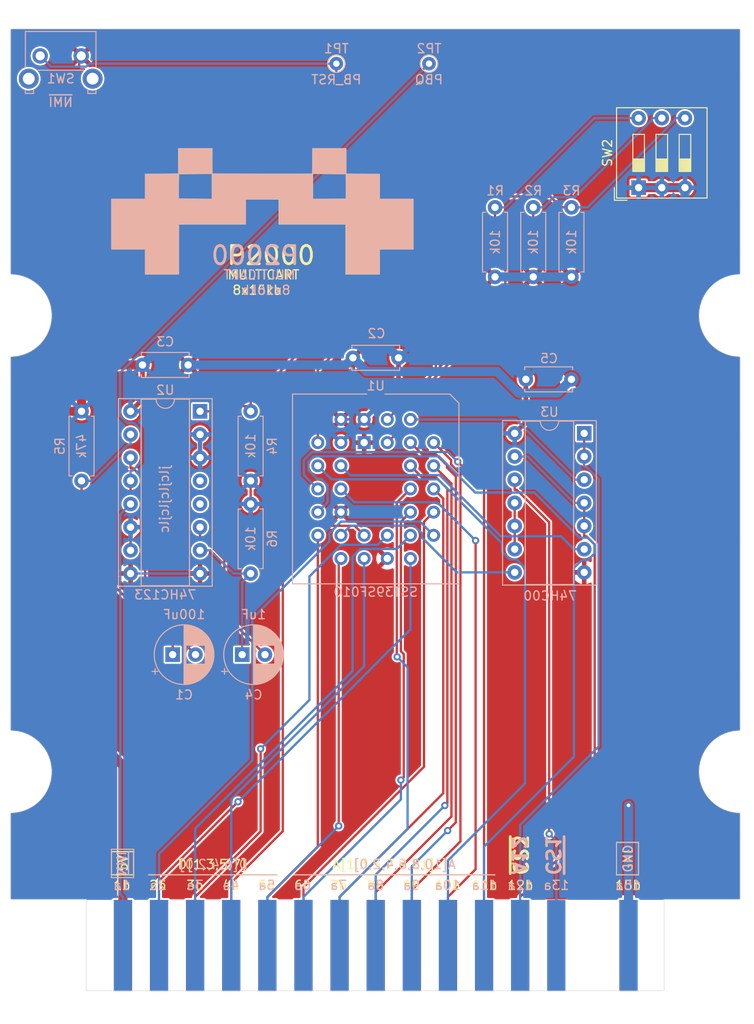
<source format=kicad_pcb>
(kicad_pcb (version 20240108) (generator "pcbnew") (generator_version "8.0")
  (layers (0 "F.Cu" signal) (31 "B.Cu" signal) (34 "B.Paste" user) (35 "F.Paste" user) (36 "B.SilkS" user "B.Silkscreen") (37 "F.SilkS" user "F.Silkscreen") (38 "B.Mask" user) (39 "F.Mask" user) (44 "Edge.Cuts" user))
  (net 0 "")
  (net 1 "GND")
  (net 2 "+5V")
  (net 3 "D1")
  (net 4 "D3")
  (net 5 "D5")
  (net 6 "D7")
  (net 7 "A1")
  (net 8 "A3")
  (net 9 "A5")
  (net 10 "A7")
  (net 11 "A9")
  (net 12 "A11")
  (net 13 "A12")
  (net 14 "A10")
  (net 15 "A8")
  (net 16 "A6")
  (net 17 "A4")
  (net 18 "A2")
  (net 19 "A0")
  (net 20 "D6")
  (net 21 "D4")
  (net 22 "D2")
  (net 23 "D0")
  (net 24 "~{CARSEL1}")
  (net 25 "~{CARSEL2}")
  (net 26 "A12C")
  (net 27 "A14")
  (net 28 "A15")
  (net 29 "A13")
  (net 30 "~{CS}")
  (net 31 "~{NMI}")
  (net 32 "Net-(U3-Pad10)")
  (net 33 "A16")
  (net 34 "Net-(U2A-Cext)")
  (net 35 "Net-(U2A-RCext)")
  (net 36 "Net-(U2B-Cext)")
  (net 37 "Net-(U2B-RCext)")
  (net 38 "Net-(U2A-A)")
  (net 39 "Net-(U2A-Q)")
  (footprint "libs:fraxxon_goblin_shooter" (layer "F.Cu") (at 70.7644 59.0804)
    (property "Reference" "G001")
    (property "Value" "LOGO" (hide yes))
  )
  (footprint "Button_Switch_THT:SW_DIP_SPSTx03_Slide_9.78x9.8mm_W7.62mm_P2.54mm" (layer "F.Cu") (at 112.014 56.134 90)
    (property "Reference" "SW2")
    (property "Value" "SW_DIP_x03")
  )
  (footprint "Package_DIP:DIP-14_W7.62mm_Socket" (layer "B.Cu") (at 106.045 83.058 180)
    (property "Reference" "U3")
    (property "Value" "74HC00")
  )
  (footprint "Capacitor_THT:C_Disc_D5.0mm_W2.5mm_P5.00mm" (layer "B.Cu") (at 99.647 77.143)
    (property "Reference" "C5")
    (property "Value" "0.1uF" (hide yes))
  )
  (footprint "Capacitor_THT:C_Disc_D5.0mm_W2.5mm_P5.00mm" (layer "B.Cu") (at 85.685 74.785 180)
    (property "Reference" "C2")
    (property "Value" "0.1uF" (hide yes))
  )
  (footprint "p2000t_cartridge:p2000t_cartridge_edge" (layer "B.Cu") (at 83.185 139.192)
    (property "Reference" "J1")
    (property "Value" "P2000T_cartridge_edge")
  )
  (footprint "Resistor_THT:R_Axial_DIN0207_L6.3mm_D2.5mm_P7.62mm_Horizontal" (layer "B.Cu") (at 100.457 65.913 90)
    (property "Reference" "R2")
    (property "Value" "10k")
  )
  (footprint "Resistor_THT:R_Axial_DIN0207_L6.3mm_D2.5mm_P7.62mm_Horizontal" (layer "B.Cu") (at 96.266 65.913 90)
    (property "Reference" "R1")
    (property "Value" "10k")
  )
  (footprint "Capacitor_THT:C_Disc_D5.0mm_W2.5mm_P5.00mm" (layer "B.Cu") (at 57.611 75.565)
    (property "Reference" "C3")
    (property "Value" "0.1uF")
  )
  (footprint "Package_DIP:DIP-16_W7.62mm_Socket" (layer "B.Cu") (at 63.921 80.645 180)
    (property "Reference" "U2")
    (property "Value" "74HC123")
  )
  (footprint "Resistor_THT:R_Axial_DIN0207_L6.3mm_D2.5mm_P7.62mm_Horizontal" (layer "B.Cu") (at 50.927 80.645 -90)
    (property "Reference" "R5")
    (property "Value" "47k")
  )
  (footprint "Resistor_THT:R_Axial_DIN0207_L6.3mm_D2.5mm_P7.62mm_Horizontal" (layer "B.Cu") (at 69.469 98.425 90)
    (property "Reference" "R6")
    (property "Value" "10k")
  )
  (footprint "TestPoint:TestPoint_THTPad_D1.5mm_Drill0.7mm" (layer "B.Cu") (at 78.867 42.545 180)
    (property "Reference" "TP1")
    (property "Value" "PB_RST")
  )
  (footprint "Resistor_THT:R_Axial_DIN0207_L6.3mm_D2.5mm_P7.62mm_Horizontal" (layer "B.Cu") (at 104.648 65.913 90)
    (property "Reference" "R3")
    (property "Value" "10k")
  )
  (footprint "Capacitor_THT:CP_Radial_D6.3mm_P2.50mm" (layer "B.Cu") (at 60.9206 107.315)
    (property "Reference" "C1")
    (property "Value" "100uF")
  )
  (footprint "Package_LCC:PLCC-32_THT-Socket" (layer "B.Cu") (at 81.915 84.074 180)
    (property "Reference" "U1")
    (property "Value" "SST39SF010")
  )
  (footprint "Capacitor_THT:CP_Radial_D6.3mm_P2.50mm" (layer "B.Cu") (at 68.5406 107.315)
    (property "Reference" "C4")
    (property "Value" "1uF")
  )
  (footprint "TestPoint:TestPoint_THTPad_D1.5mm_Drill0.7mm" (layer "B.Cu") (at 89.027 42.545 180)
    (property "Reference" "TP2")
    (property "Value" "PBQ")
  )
  (footprint "Button_Switch_THT:SW_Tactile_SKHH_Angled" (layer "B.Cu") (at 50.891 41.692 180)
    (property "Reference" "SW1")
    (property "Value" "~{NMI}")
  )
  (footprint "Resistor_THT:R_Axial_DIN0207_L6.3mm_D2.5mm_P7.62mm_Horizontal" (layer "B.Cu") (at 69.469 88.265 90)
    (property "Reference" "R4")
    (property "Value" "10k")
  )
  (footprint "libs:fraxxon_goblin_shooter" (layer "B.Cu") (at 70.739 59.055 180)
    (property "Reference" "G002")
    (property "Value" "LOGO" (hide yes))
  )
  (gr_line (start 96.251 131.445) (end 74.153 131.445) (stroke (width 0.12)) (layer "B.SilkS"))
  (gr_line (start 72.375 131.445) (end 58.278 131.445) (stroke (width 0.12)) (layer "B.SilkS"))
  (gr_line (start 54.197 131.745) (end 54.197 128.645) (stroke (width 0.12)) (layer "B.SilkS"))
  (gr_line (start 111.999 131.451) (end 109.586 131.451) (stroke (width 0.12)) (layer "B.SilkS"))
  (gr_line (start 111.999 127.895) (end 111.999 131.451) (stroke (width 0.12)) (layer "B.SilkS"))
  (gr_line (start 109.586 127.895) (end 111.999 127.895) (stroke (width 0.12)) (layer "B.SilkS"))
  (gr_line (start 109.586 131.451) (end 109.586 127.895) (stroke (width 0.12)) (layer "B.SilkS"))
  (gr_line (start 56.647 128.645) (end 56.647 131.745) (stroke (width 0.12)) (layer "B.SilkS"))
  (gr_line (start 56.647 131.745) (end 54.197 131.745) (stroke (width 0.12)) (layer "B.SilkS"))
  (gr_line (start 54.197 128.645) (end 56.647 128.645) (stroke (width 0.12)) (layer "B.SilkS"))
  (gr_line (start 54.214 128.905) (end 54.214 131.445) (stroke (width 0.12)) (layer "F.SilkS"))
  (gr_line (start 109.586 131.445) (end 111.999 131.445) (stroke (width 0.12)) (layer "F.SilkS"))
  (gr_line (start 109.586 127.889) (end 109.586 131.445) (stroke (width 0.12)) (layer "F.SilkS"))
  (gr_line (start 74.153 131.445) (end 96.251 131.445) (stroke (width 0.12)) (layer "F.SilkS"))
  (gr_line (start 58.278 131.445) (end 72.375 131.445) (stroke (width 0.12)) (layer "F.SilkS"))
  (gr_line (start 111.999 131.445) (end 111.999 127.889) (stroke (width 0.12)) (layer "F.SilkS"))
  (gr_line (start 56.627 131.445) (end 56.627 128.905) (stroke (width 0.12)) (layer "F.SilkS"))
  (gr_line (start 111.999 127.889) (end 109.586 127.889) (stroke (width 0.12)) (layer "F.SilkS"))
  (gr_line (start 54.214 131.445) (end 56.627 131.445) (stroke (width 0.12)) (layer "F.SilkS"))
  (gr_line (start 56.627 128.905) (end 54.214 128.905) (stroke (width 0.12)) (layer "F.SilkS"))
  (gr_line (start 43.147 63.645) (end 43.147 59.145) (stroke (width 0.05)) (layer "Edge.Cuts"))
  (gr_line (start 43.147 109.145) (end 43.147 113.645) (stroke (width 0.05)) (layer "Edge.Cuts"))
  (gr_arc (start 43.147 115.645) (mid 47.647 120.145) (end 43.147 124.645) (stroke (width 0.05)) (layer "Edge.Cuts"))
  (gr_line (start 43.147 114.145) (end 43.147 113.645) (stroke (width 0.05)) (layer "Edge.Cuts"))
  (gr_line (start 43.147 127.145) (end 43.147 124.645) (stroke (width 0.05)) (layer "Edge.Cuts"))
  (gr_line (start 43.147 115.645) (end 43.147 114.145) (stroke (width 0.05)) (layer "Edge.Cuts"))
  (gr_arc (start 43.147 65.645) (mid 47.647 70.145) (end 43.147 74.645) (stroke (width 0.05)) (layer "Edge.Cuts"))
  (gr_line (start 123.147 127.145) (end 123.147 124.645) (stroke (width 0.05)) (layer "Edge.Cuts"))
  (gr_line (start 43.147 109.145) (end 43.147 74.645) (stroke (width 0.05)) (layer "Edge.Cuts"))
  (gr_line (start 43.147 65.645) (end 43.147 63.645) (stroke (width 0.05)) (layer "Edge.Cuts"))
  (gr_line (start 123.147 134.145) (end 123.147 127.145) (stroke (width 0.05)) (layer "Edge.Cuts"))
  (gr_line (start 43.147 44.145) (end 43.147 59.145) (stroke (width 0.05)) (layer "Edge.Cuts"))
  (gr_line (start 43.147 134.145) (end 43.147 127.145) (stroke (width 0.05)) (layer "Edge.Cuts"))
  (gr_line (start 123.147 74.745) (end 123.147 74.645) (stroke (width 0.05)) (layer "Edge.Cuts"))
  (gr_line (start 123.147 115.645) (end 123.147 110.045) (stroke (width 0.05)) (layer "Edge.Cuts"))
  (gr_line (start 123.147 100.457) (end 123.147001 94.845) (stroke (width 0.05)) (layer "Edge.Cuts"))
  (gr_line (start 123.147001 83.445001) (end 123.147 77.845) (stroke (width 0.05)) (layer "Edge.Cuts"))
  (gr_line (start 123.147 63.445) (end 123.147 57.845) (stroke (width 0.05)) (layer "Edge.Cuts"))
  (gr_line (start 114.808 134.145) (end 115.147 134.145) (stroke (width 0.05)) (layer "Edge.Cuts"))
  (gr_line (start 114.808 144.145) (end 51.435 144.145) (stroke (width 0.05)) (layer "Edge.Cuts"))
  (gr_line (start 51.147 134.145) (end 51.435 134.145) (stroke (width 0.05)) (layer "Edge.Cuts"))
  (gr_arc (start 123.147 74.645) (mid 118.647 70.145) (end 123.147 65.645) (stroke (width 0.05)) (layer "Edge.Cuts"))
  (gr_line (start 51.435 144.145) (end 51.435 134.145) (stroke (width 0.05)) (layer "Edge.Cuts"))
  (gr_line (start 123.147 65.645) (end 123.147 63.445) (stroke (width 0.05)) (layer "Edge.Cuts"))
  (gr_line (start 123.147 44.145) (end 123.147 38.735) (stroke (width 0.05)) (layer "Edge.Cuts"))
  (gr_line (start 43.147 44.145) (end 43.147 38.735) (stroke (width 0.05)) (layer "Edge.Cuts"))
  (gr_line (start 123.147 74.745) (end 123.147 77.845) (stroke (width 0.05)) (layer "Edge.Cuts"))
  (gr_line (start 51.147 134.145) (end 43.147 134.145) (stroke (width 0.05)) (layer "Edge.Cuts"))
  (gr_line (start 123.147 110.045) (end 123.147 100.457) (stroke (width 0.05)) (layer "Edge.Cuts"))
  (gr_line (start 114.808 144.145) (end 114.808 134.145) (stroke (width 0.05)) (layer "Edge.Cuts"))
  (gr_line (start 123.147 38.735) (end 43.147 38.735) (stroke (width 0.05)) (layer "Edge.Cuts"))
  (gr_line (start 123.147001 83.445001) (end 123.147001 94.845) (stroke (width 0.05)) (layer "Edge.Cuts"))
  (gr_arc (start 123.147 124.645) (mid 118.647 120.145) (end 123.147 115.645) (stroke (width 0.05)) (layer "Edge.Cuts"))
  (gr_line (start 123.147 56.145) (end 123.147 57.845) (stroke (width 0.05)) (layer "Edge.Cuts"))
  (gr_line (start 115.147 134.145) (end 123.147 134.145) (stroke (width 0.05)) (layer "Edge.Cuts"))
  (gr_line (start 123.147 44.145) (end 123.147 56.145) (stroke (width 0.05)) (layer "Edge.Cuts"))
  (gr_text "15a" (at 110.856 132.588 0) (layer "B.SilkS") (effects (font (size 1 1)) (justify mirror)))
  (gr_text "~{CS1}" (at 102.601 129.286 -90) (layer "B.SilkS") (effects (font (size 1.5 1.5) (thickness 0.3)) (justify mirror)))
  (gr_text "A12" (at 98.918 129.286 -90) (layer "B.SilkS") (effects (font (size 1.5 1.5) (thickness 0.3)) (justify mirror)))
  (gr_text "A[10,8,6,4,2,0]" (at 86.345 130.302 0) (layer "B.SilkS") (effects (font (size 1 1)) (justify mirror)))
  (gr_text "D[6,4,2,0]" (at 65.39 130.302 0) (layer "B.SilkS") (effects (font (size 1 1)) (justify mirror)))
  (gr_text "1a" (at 55.344 132.588 0) (layer "B.SilkS") (effects (font (size 1 1)) (justify mirror)))
  (gr_text "~{NMI}" (at 55.247 130.195 270) (layer "B.SilkS") (effects (font (size 1 1)) (justify mirror)))
  (gr_text "GND" (at 110.856 129.673 90) (layer "B.SilkS") (effects (font (size 1 1)) (justify mirror)))
  (gr_text "P2000" (at 74.977 63.5684 0) (layer "B.SilkS") (effects (font (size 2 2) (thickness 0.3)) (justify left mirror)))
  (gr_text "8x16kb" (at 71.1454 67.3608 0) (layer "B.SilkS") (effects (font (size 1 1)) (justify mirror)))
  (gr_text "MULTICART" (at 70.4342 65.6844 0) (layer "B.SilkS") (effects (font (size 1 1)) (justify mirror)))
  (gr_text "11a" (at 95.108 132.588 0) (layer "B.SilkS") (effects (font (size 1 1)) (justify mirror)))
  (gr_text "10a" (at 91.044 132.588 0) (layer "B.SilkS") (effects (font (size 1 1)) (justify mirror)))
  (gr_text "2a" (at 59.294 132.588 0) (layer "B.SilkS") (effects (font (size 1 1)) (justify mirror)))
  (gr_text "6a" (at 75.169 132.588 0) (layer "B.SilkS") (effects (font (size 1 1)) (justify mirror)))
  (gr_text "7a" (at 79.106 132.588 0) (layer "B.SilkS") (effects (font (size 1 1)) (justify mirror)))
  (gr_text "13a" (at 102.982 132.588 0) (layer "B.SilkS") (effects (font (size 1 1)) (justify mirror)))
  (gr_text "9a" (at 87.107 132.588 0) (layer "B.SilkS") (effects (font (size 1 1)) (justify mirror)))
  (gr_text "4a" (at 67.295 132.588 0) (layer "B.SilkS") (effects (font (size 1 1)) (justify mirror)))
  (gr_text "jlcjlcjlcjlc" (at 60.579 86.487 90) (layer "B.SilkS") (effects (font (size 1 1)) (justify left bottom mirror)))
  (gr_text "5a" (at 71.232 132.588 0) (layer "B.SilkS") (effects (font (size 1 1)) (justify mirror)))
  (gr_text "12a" (at 99.045 132.588 0) (layer "B.SilkS") (effects (font (size 1 1)) (justify mirror)))
  (gr_text "3a" (at 63.358 132.588 0) (layer "B.SilkS") (effects (font (size 1 1)) (justify mirror)))
  (gr_text "8a" (at 83.17 132.588 0) (layer "B.SilkS") (effects (font (size 1 1)) (justify mirror)))
  (gr_text "9b" (at 87.107 132.588 0) (layer "F.SilkS") (effects (font (size 1 1))))
  (gr_text "6b" (at 75.169 132.588 0) (layer "F.SilkS") (effects (font (size 1 1))))
  (gr_text "8b" (at 83.17 132.588 0) (layer "F.SilkS") (effects (font (size 1 1))))
  (gr_text "4b" (at 67.295 132.588 0) (layer "F.SilkS") (effects (font (size 1 1))))
  (gr_text "1b" (at 55.357 132.588 0) (layer "F.SilkS") (effects (font (size 1 1))))
  (gr_text "2b" (at 59.294 132.588 0) (layer "F.SilkS") (effects (font (size 1 1))))
  (gr_text "5b" (at 71.232 132.588 0) (layer "F.SilkS") (effects (font (size 1 1))))
  (gr_text "7b" (at 79.106 132.588 0) (layer "F.SilkS") (effects (font (size 1 1))))
  (gr_text "11b" (at 95.108 132.588 0) (layer "F.SilkS") (effects (font (size 1 1))))
  (gr_text "12b" (at 99.045 132.588 0) (layer "F.SilkS") (effects (font (size 1 1))))
  (gr_text "15b" (at 110.856 132.588 0) (layer "F.SilkS") (effects (font (size 1 1))))
  (gr_text "3b" (at 63.358 132.588 0) (layer "F.SilkS") (effects (font (size 1 1))))
  (gr_text "10b" (at 91.044 132.588 0) (layer "F.SilkS") (effects (font (size 1 1))))
  (gr_text "GND" (at 110.856 129.667 90) (layer "F.SilkS") (effects (font (size 1 1))))
  (gr_text "MULTICART" (at 70.8838 65.6844 0) (layer "F.SilkS") (effects (font (size 1 1))))
  (gr_text "P2000" (at 66.6996 63.5594 0) (layer "F.SilkS") (effects (font (size 2 2) (thickness 0.3)) (justify left)))
  (gr_text "8x16kb" (at 70.1726 67.3608 0) (layer "F.SilkS") (effects (font (size 1 1))))
  (gr_text "A[1,3,5,7,9,11]" (at 84.059 130.302 0) (layer "F.SilkS") (effects (font (size 1 1))))
  (gr_text "~{CS2}" (at 99.172 129.286 90) (layer "F.SilkS") (effects (font (size 1.5 1.5) (thickness 0.3))))
  (gr_text "5V" (at 55.484 130.175 90) (layer "F.SilkS") (effects (font (size 1 1))))
  (gr_text "D[1,3,5,7]" (at 65.263 130.302 0) (layer "F.SilkS") (effects (font (size 1 1))))
  (segment (start 83.2938 92.6918) (end 80.685 90.083) (width 0.5) (layer "F.Cu") (net 1))
  (segment (start 61.087 97.155) (end 61.087 77.089) (width 0.5) (layer "F.Cu") (net 1))
  (segment (start 102.997 97.155) (end 102.997 78.793) (width 0.5) (layer "F.Cu") (net 1))
  (segment (start 102.997 78.793) (end 104.647 77.143) (width 0.5) (layer "F.Cu") (net 1))
  (segment (start 110.905 123.825) (end 110.905 78.393) (width 1) (layer "F.Cu") (net 1))
  (segment (start 50.676 41.907) (end 50.676 63.63) (width 0.25) (layer "F.Cu") (net 1))
  (segment (start 110.905 139.192) (end 110.905 123.825) (width 1) (layer "F.Cu") (net 1))
  (segment (start 110.905 78.393) (end 109.655 77.143) (width 1) (layer "F.Cu") (net 1))
  (segment (start 61.087 77.089) (end 62.611 75.565) (width 0.5) (layer "F.Cu") (net 1))
  (segment (start 80.685 81.534) (end 80.685 74.785) (width 0.5) (layer "F.Cu") (net 1))
  (segment (start 106.045 98.298) (end 104.14 98.298) (width 0.5) (layer "F.Cu") (net 1))
  (segment (start 83.2938 95.6128) (end 83.2938 92.6918) (width 0.5) (layer "F.Cu") (net 1))
  (segment (start 104.14 98.298) (end 102.997 97.155) (width 0.5) (layer "F.Cu") (net 1))
  (segment (start 80.685 90.384) (end 80.685 90.083) (width 0.25) (layer "F.Cu") (net 1))
  (segment (start 81.915 84.074) (end 80.8787 84.074) (width 0.25) (layer "F.Cu") (net 1))
  (segment (start 104.647 65.914) (end 104.648 65.913) (width 1) (layer "F.Cu") (net 1))
  (segment (start 50.891 41.692) (end 50.676 41.907) (width 0.25) (layer "F.Cu") (net 1))
  (segment (start 50.676 63.63) (end 62.611 75.565) (width 0.25) (layer "F.Cu") (net 1))
  (segment (start 79.375 91.694) (end 80.685 90.384) (width 0.25) (layer "F.Cu") (net 1))
  (segment (start 80.8787 85.0372) (end 80.8787 84.074) (width 0.25) (layer "F.Cu") (net 1))
  (segment (start 63.921 98.425) (end 62.357 98.425) (width 0.5) (layer "F.Cu") (net 1))
  (segment (start 109.655 77.143) (end 104.647 77.143) (width 1) (layer "F.Cu") (net 1))
  (segment (start 79.375 81.534) (end 80.685 81.534) (width 0.25) (layer "F.Cu") (net 1))
  (segment (start 80.685 85.2309) (end 80.685 81.534) (width 0.5) (layer "F.Cu") (net 1))
  (segment (start 62.357 98.425) (end 61.087 97.155) (width 0.5) (layer "F.Cu") (net 1))
  (segment (start 80.685 85.2309) (end 80.8787 85.0372) (width 0.25) (layer "F.Cu") (net 1))
  (segment (start 84.455 96.774) (end 83.2938 95.6128) (width 0.5) (layer "F.Cu") (net 1))
  (segment (start 104.647 77.143) (end 104.647 65.914) (width 1) (layer "F.Cu") (net 1))
  (segment (start 80.685 90.083) (end 80.685 85.2309) (width 0.5) (layer "F.Cu") (net 1))
  (via (at 110.905 123.825) (size 0.8) (drill 0.4) (layers "F.Cu" "B.Cu") (net 1))
  (segment (start 80.685 74.785) (end 82.185 76.285) (width 1) (layer "B.Cu") (net 1))
  (segment (start 63.921 98.425) (end 56.301 98.425) (width 0.25) (layer "B.Cu") (net 1))
  (segment (start 104.648 65.913) (end 100.457 65.913) (width 1) (layer "B.Cu") (net 1))
  (segment (start 82.185 76.285) (end 96.4919 76.285) (width 1) (layer "B.Cu") (net 1))
  (segment (start 110.905 139.192) (end 110.905 123.825) (width 1) (layer "B.Cu") (net 1))
  (segment (start 103.147 78.643) (end 104.647 77.143) (width 1) (layer "B.Cu") (net 1))
  (segment (start 62.611 75.565) (end 79.905 75.565) (width 1) (layer "B.Cu") (net 1))
  (segment (start 98.8499 78.643) (end 103.147 78.643) (width 1) (layer "B.Cu") (net 1))
  (segment (start 79.905 75.565) (end 80.685 74.785) (width 1) (layer "B.Cu") (net 1))
  (segment (start 100.457 65.913) (end 96.266 65.913) (width 1) (layer "B.Cu") (net 1))
  (segment (start 96.4919 76.285) (end 98.8499 78.643) (width 1) (layer "B.Cu") (net 1))
  (segment (start 47.117 111.125) (end 47.117 81.915) (width 1) (layer "F.Cu") (net 2))
  (segment (start 85.685 78.907) (end 85.685 74.785) (width 0.5) (layer "F.Cu") (net 2))
  (segment (start 84.074 79.375) (end 85.217 79.375) (width 0.5) (layer "F.Cu") (net 2))
  (segment (start 47.117 81.915) (end 48.387 80.645) (width 1) (layer "F.Cu") (net 2))
  (segment (start 114.554 56.134) (end 117.094 56.134) (width 1) (layer "F.Cu") (net 2))
  (segment (start 56.301 80.645) (end 57.611 79.335) (width 0.5) (layer "F.Cu") (net 2))
  (segment (start 48.387 80.645) (end 50.927 80.645) (width 1) (layer "F.Cu") (net 2))
  (segment (start 55.465 139.192) (end 55.465 119.473) (width 1) (layer "F.Cu") (net 2))
  (segment (start 57.611 79.335) (end 57.611 75.565) (width 0.5) (layer "F.Cu") (net 2))
  (segment (start 112.014 56.134) (end 114.554 56.134) (width 1) (layer "F.Cu") (net 2))
  (segment (start 99.647 81.836) (end 99.647 77.143) (width 0.5) (layer "F.Cu") (net 2))
  (segment (start 50.927 76.835) (end 52.197 75.565) (width 1) (layer "F.Cu") (net 2))
  (segment (start 69.469 88.265) (end 69.469 90.805) (width 0.25) (layer "F.Cu") (net 2))
  (segment (start 55.465 119.473) (end 47.117 111.125) (width 1) (layer "F.Cu") (net 2))
  (segment (start 63.921 83.185) (end 63.921 85.725) (width 0.25) (layer "F.Cu") (net 2))
  (segment (start 50.927 80.645) (end 50.927 76.835) (width 1) (layer "F.Cu") (net 2))
  (segment (start 52.197 75.565) (end 57.611 75.565) (width 1) (layer "F.Cu") (net 2))
  (segment (start 85.217 79.375) (end 85.685 78.907) (width 0.5) (layer "F.Cu") (net 2))
  (segment (start 81.915 81.534) (end 84.074 79.375) (width 0.5) (layer "F.Cu") (net 2))
  (segment (start 98.425 83.058) (end 99.647 81.836) (width 0.5) (layer "F.Cu") (net 2))
  (segment (start 56.301 93.345) (end 56.301 92.2199) (width 0.25) (layer "B.Cu") (net 2))
  (segment (start 59.891 73.285) (end 84.185 73.285) (width 1) (layer "B.Cu") (net 2))
  (segment (start 97.289 74.785) (end 99.647 77.143) (width 1) (layer "B.Cu") (net 2))
  (segment (start 117.094 58.928) (end 117.094 56.134) (width 1) (layer "B.Cu") (net 2))
  (segment (start 84.185 73.285) (end 85.685 74.785) (width 1) (layer "B.Cu") (net 2))
  (segment (start 99.647 75.105) (end 101.727 73.025) (width 1) (layer "B.Cu") (net 2))
  (segment (start 56.301 80.645) (end 57.4261 80.645) (width 0.25) (layer "B.Cu") (net 2))
  (segment (start 63.921 85.725) (end 62.7959 85.725) (width 0.25) (layer "B.Cu") (net 2))
  (segment (start 62.7959 85.9581) (end 56.5341 92.2199) (width 0.25) (layer "B.Cu") (net 2))
  (segment (start 56.5341 92.2199) (end 56.301 92.2199) (width 0.25) (layer "B.Cu") (net 2))
  (segment (start 69.469 88.265) (end 66.929 85.725) (width 0.25) (layer "B.Cu") (net 2))
  (segment (start 81.915 81.534) (end 79.375 84.074) (width 0.25) (layer "B.Cu") (net 2))
  (segment (start 59.9661 83.185) (end 63.921 83.185) (width 0.25) (layer "B.Cu") (net 2))
  (segment (start 57.611 75.565) (end 59.891 73.285) (width 1) (layer "B.Cu") (net 2))
  (segment (start 62.7959 85.725) (end 62.7959 85.9581) (width 0.25) (layer "B.Cu") (net 2))
  (segment (start 85.685 74.785) (end 97.289 74.785) (width 1) (layer "B.Cu") (net 2))
  (segment (start 101.727 73.025) (end 102.997 73.025) (width 1) (layer "B.Cu") (net 2))
  (segment (start 102.997 73.025) (end 117.094 58.928) (width 1) (layer "B.Cu") (net 2))
  (segment (start 57.4261 80.645) (end 59.9661 83.185) (width 0.25) (layer "B.Cu") (net 2))
  (segment (start 66.929 85.725) (end 63.921 85.725) (width 0.25) (layer "B.Cu") (net 2))
  (segment (start 99.647 77.143) (end 99.647 75.105) (width 1) (layer "B.Cu") (net 2))
  (segment (start 68.0857 123.4402) (end 59.425 132.1009) (width 0.25) (layer "F.Cu") (net 3))
  (segment (start 59.425 132.1009) (end 59.425 139.192) (width 0.25) (layer "F.Cu") (net 3))
  (via (at 68.0857 123.4402) (size 0.8) (drill 0.4) (layers "F.Cu" "B.Cu") (net 3))
  (segment (start 86.995 96.774) (end 86.995 104.5309) (width 0.25) (layer "B.Cu") (net 3))
  (segment (start 86.995 104.5309) (end 68.0857 123.4402) (width 0.25) (layer "B.Cu") (net 3))
  (segment (start 63.385 133.8669) (end 70.564 126.6879) (width 0.25) (layer "F.Cu") (net 4))
  (segment (start 70.564 126.6879) (end 70.564 117.6377) (width 0.25) (layer "F.Cu") (net 4))
  (segment (start 63.385 139.192) (end 63.385 133.8669) (width 0.25) (layer "F.Cu") (net 4))
  (via (at 70.564 117.6377) (size 0.8) (drill 0.4) (layers "F.Cu" "B.Cu") (net 4))
  (segment (start 79.3917 95.2704) (end 75.9153 98.7468) (width 0.25) (layer "B.Cu") (net 4))
  (segment (start 84.455 94.234) (end 83.4186 95.2704) (width 0.25) (layer "B.Cu") (net 4))
  (segment (start 75.9153 112.2864) (end 70.564 117.6377) (width 0.25) (layer "B.Cu") (net 4))
  (segment (start 83.4186 95.2704) (end 79.3917 95.2704) (width 0.25) (layer "B.Cu") (net 4))
  (segment (start 75.9153 98.7468) (end 75.9153 112.2864) (width 0.25) (layer "B.Cu") (net 4))
  (segment (start 67.345 132.3173) (end 67.345 139.192) (width 0.25) (layer "F.Cu") (net 5))
  (segment (start 72.9956 96.5834) (end 72.9956 126.6667) (width 0.25) (layer "F.Cu") (net 5))
  (segment (start 81.915 94.234) (end 80.8732 93.1922) (width 0.25) (layer "F.Cu") (net 5))
  (segment (start 76.3868 93.1922) (end 72.9956 96.5834) (width 0.25) (layer "F.Cu") (net 5))
  (segment (start 80.8732 93.1922) (end 76.3868 93.1922) (width 0.25) (layer "F.Cu") (net 5))
  (segment (start 72.9956 126.6667) (end 67.345 132.3173) (width 0.25) (layer "F.Cu") (net 5))
  (segment (start 76.835 128.3369) (end 71.305 133.8669) (width 0.25) (layer "F.Cu") (net 6))
  (segment (start 71.305 139.192) (end 71.305 133.8669) (width 0.25) (layer "F.Cu") (net 6))
  (segment (start 76.835 94.234) (end 76.835 128.3369) (width 0.25) (layer "F.Cu") (net 6))
  (segment (start 89.535 91.694) (end 88.4802 92.7488) (width 0.25) (layer "F.Cu") (net 7))
  (segment (start 75.265 132.8153) (end 75.265 139.192) (width 0.25) (layer "F.Cu") (net 7))
  (segment (start 88.4802 92.7488) (end 88.4802 119.6001) (width 0.25) (layer "F.Cu") (net 7))
  (segment (start 88.4802 119.6001) (end 75.265 132.8153) (width 0.25) (layer "F.Cu") (net 7))
  (segment (start 90.5894 90.2084) (end 90.5894 122.5025) (width 0.25) (layer "F.Cu") (net 8))
  (segment (start 89.535 89.154) (end 90.5894 90.2084) (width 0.25) (layer "F.Cu") (net 8))
  (segment (start 79.225 139.192) (end 79.225 133.8669) (width 0.25) (layer "F.Cu") (net 8))
  (segment (start 90.5894 122.5025) (end 79.225 133.8669) (width 0.25) (layer "F.Cu") (net 8))
  (segment (start 83.185 139.192) (end 83.185 133.8669) (width 0.25) (layer "F.Cu") (net 9))
  (segment (start 89.535 86.614) (end 91.4897 88.5687) (width 0.25) (layer "F.Cu") (net 9))
  (segment (start 91.4897 88.5687) (end 91.4897 125.0541) (width 0.25) (layer "F.Cu") (net 9))
  (segment (start 83.185 133.3588) (end 83.185 133.8669) (width 0.25) (layer "F.Cu") (net 9))
  (segment (start 91.4897 125.0541) (end 83.185 133.3588) (width 0.25) (layer "F.Cu") (net 9))
  (segment (start 92.4736 87.4982) (end 92.4736 127.7807) (width 0.25) (layer "F.Cu") (net 10))
  (segment (start 91.4501 85.9891) (end 91.4501 86.4747) (width 0.25) (layer "F.Cu") (net 10))
  (segment (start 91.4501 86.4747) (end 92.4736 87.4982) (width 0.25) (layer "F.Cu") (net 10))
  (segment (start 89.535 84.074) (end 91.4501 85.9891) (width 0.25) (layer "F.Cu") (net 10))
  (segment (start 92.4736 127.7807) (end 87.145 133.1093) (width 0.25) (layer "F.Cu") (net 10))
  (segment (start 87.145 133.1093) (end 87.145 139.192) (width 0.25) (layer "F.Cu") (net 10))
  (segment (start 91.105 139.192) (end 91.105 133.8669) (width 0.25) (layer "F.Cu") (net 11))
  (segment (start 94.1359 130.836) (end 91.105 133.8669) (width 0.25) (layer "F.Cu") (net 11))
  (segment (start 94.1359 94.8109) (end 94.1359 130.836) (width 0.25) (layer "F.Cu") (net 11))
  (via (at 94.1359 94.8109) (size 0.8) (drill 0.4) (layers "F.Cu" "B.Cu") (net 11))
  (segment (start 89.9368 90.6118) (end 94.1359 94.8109) (width 0.25) (layer "B.Cu") (net 11))
  (segment (start 80.8328 90.6118) (end 89.9368 90.6118) (width 0.25) (layer "B.Cu") (net 11))
  (segment (start 79.375 89.154) (end 80.8328 90.6118) (width 0.25) (layer "B.Cu") (net 11))
  (segment (start 95.065 89.0643) (end 95.065 139.192) (width 0.25) (layer "F.Cu") (net 12))
  (segment (start 92.1752 86.1745) (end 95.065 89.0643) (width 0.25) (layer "F.Cu") (net 12))
  (via (at 92.1752 86.1745) (size 0.8) (drill 0.4) (layers "F.Cu" "B.Cu") (net 12))
  (segment (start 91.1111 85.1104) (end 92.1752 86.1745) (width 0.25) (layer "B.Cu") (net 12))
  (segment (start 75.3078 85.995) (end 76.1924 85.1104) (width 0.25) (layer "B.Cu") (net 12))
  (segment (start 76.835 89.154) (end 75.3078 87.6268) (width 0.25) (layer "B.Cu") (net 12))
  (segment (start 75.3078 87.6268) (end 75.3078 85.995) (width 0.25) (layer "B.Cu") (net 12))
  (segment (start 76.1924 85.1104) (end 91.1111 85.1104) (width 0.25) (layer "B.Cu") (net 12))
  (segment (start 98.549 81.534) (end 104.9199 87.9049) (width 0.25) (layer "B.Cu") (net 13))
  (segment (start 106.045 88.138) (end 104.9199 88.138) (width 0.25) (layer "B.Cu") (net 13))
  (segment (start 104.9199 87.9049) (end 104.9199 88.138) (width 0.25) (layer "B.Cu") (net 13))
  (segment (start 86.995 81.534) (end 98.549 81.534) (width 0.25) (layer "B.Cu") (net 13))
  (segment (start 76.835 91.694) (end 77.9083 90.6207) (width 0.25) (layer "B.Cu") (net 14))
  (segment (start 105.78 96.9541) (end 104.9198 97.8143) (width 0.25) (layer "B.Cu") (net 14))
  (segment (start 90.1212 85.5777) (end 94.0964 89.5529) (width 0.25) (layer "B.Cu") (net 14))
  (segment (start 77.9083 90.6207) (end 77.9083 88.7361) (width 0.25) (layer "B.Cu") (net 14))
  (segment (start 77.9083 88.7361) (end 77.2154 88.0432) (width 0.25) (layer "B.Cu") (net 14))
  (segment (start 107.1737 95.2136) (end 107.1737 96.2295) (width 0.25) (layer "B.Cu") (net 14))
  (segment (start 104.9198 97.8143) (end 104.9198 118.4973) (width 0.25) (layer "B.Cu") (net 14))
  (segment (start 104.9198 118.4973) (end 95.065 128.3521) (width 0.25) (layer "B.Cu") (net 14))
  (segment (start 94.0964 89.5529) (end 100.5799 89.5529) (width 0.25) (layer "B.Cu") (net 14))
  (segment (start 106.4481 94.488) (end 107.1737 95.2136) (width 0.25) (layer "B.Cu") (net 14))
  (segment (start 105.515 94.488) (end 106.4481 94.488) (width 0.25) (layer "B.Cu") (net 14))
  (segment (start 107.1737 96.2295) (end 106.4491 96.9541) (width 0.25) (layer "B.Cu") (net 14))
  (segment (start 100.5799 89.5529) (end 105.515 94.488) (width 0.25) (layer "B.Cu") (net 14))
  (segment (start 106.4491 96.9541) (end 105.78 96.9541) (width 0.25) (layer "B.Cu") (net 14))
  (segment (start 75.7982 87.1004) (end 75.7982 86.1559) (width 0.25) (layer "B.Cu") (net 14))
  (segment (start 95.065 128.3521) (end 95.065 139.192) (width 0.25) (layer "B.Cu") (net 14))
  (segment (start 77.2154 88.0432) (end 76.741 88.0432) (width 0.25) (layer "B.Cu") (net 14))
  (segment (start 76.3764 85.5777) (end 90.1212 85.5777) (width 0.25) (layer "B.Cu") (net 14))
  (segment (start 76.741 88.0432) (end 75.7982 87.1004) (width 0.25) (layer "B.Cu") (net 14))
  (segment (start 75.7982 86.1559) (end 76.3764 85.5777) (width 0.25) (layer "B.Cu") (net 14))
  (segment (start 90.0218 88.1007) (end 97.0131 95.092) (width 0.25) (layer "B.Cu") (net 15))
  (segment (start 97.8908 96.8832) (end 98.6362 96.8832) (width 0.25) (layer "B.Cu") (net 15))
  (segment (start 78.3217 88.1007) (end 90.0218 88.1007) (width 0.25) (layer "B.Cu") (net 15))
  (segment (start 98.6362 96.8832) (end 99.5537 97.8007) (width 0.25) (layer "B.Cu") (net 15))
  (segment (start 97.0131 96.0055) (end 97.8908 96.8832) (width 0.25) (layer "B.Cu") (net 15))
  (segment (start 91.105 129.8797) (end 91.105 139.192) (width 0.25) (layer "B.Cu") (net 15))
  (segment (start 99.5537 121.431) (end 91.105 129.8797) (width 0.25) (layer "B.Cu") (net 15))
  (segment (start 76.835 86.614) (end 78.3217 88.1007) (width 0.25) (layer "B.Cu") (net 15))
  (segment (start 99.5537 97.8007) (end 99.5537 121.431) (width 0.25) (layer "B.Cu") (net 15))
  (segment (start 97.0131 95.092) (end 97.0131 96.0055) (width 0.25) (layer "B.Cu") (net 15))
  (segment (start 86.995 84.074) (end 88.265 85.344) (width 0.25) (layer "F.Cu") (net 16))
  (segment (start 91.9686 125.7012) (end 91.0733 126.5965) (width 0.25) (layer "F.Cu") (net 16))
  (segment (start 91.9686 87.7808) (end 91.9686 125.7012) (width 0.25) (layer "F.Cu") (net 16))
  (segment (start 91 86.572) (end 91 86.8122) (width 0.25) (layer "F.Cu") (net 16))
  (segment (start 88.265 85.344) (end 89.772 85.344) (width 0.25) (layer "F.Cu") (net 16))
  (segment (start 91 86.8122) (end 91.9686 87.7808) (width 0.25) (layer "F.Cu") (net 16))
  (segment (start 89.772 85.344) (end 91 86.572) (width 0.25) (layer "F.Cu") (net 16))
  (via (at 91.0733 126.5965) (size 0.8) (drill 0.4) (layers "F.Cu" "B.Cu") (net 16))
  (segment (start 91.0733 126.5965) (end 87.145 130.5248) (width 0.25) (layer "B.Cu") (net 16))
  (segment (start 87.145 130.5248) (end 87.145 139.192) (width 0.25) (layer "B.Cu") (net 16))
  (segment (start 86.995 86.614) (end 88.265 87.884) (width 0.25) (layer "F.Cu") (net 17))
  (segment (start 88.265 87.884) (end 89.7966 87.884) (width 0.25) (layer "F.Cu") (net 17))
  (segment (start 91.0395 89.1269) (end 91.0395 123.5738) (width 0.25) (layer "F.Cu") (net 17))
  (segment (start 91.0395 123.5738) (end 90.7644 123.8489) (width 0.25) (layer "F.Cu") (net 17))
  (segment (start 89.7966 87.884) (end 91.0395 89.1269) (width 0.25) (layer "F.Cu") (net 17))
  (via (at 90.7644 123.8489) (size 0.8) (drill 0.4) (layers "F.Cu" "B.Cu") (net 17))
  (segment (start 83.185 133.8669) (end 83.185 131.4283) (width 0.25) (layer "B.Cu") (net 17))
  (segment (start 83.185 139.192) (end 83.185 133.8669) (width 0.25) (layer "B.Cu") (net 17))
  (segment (start 83.185 131.4283) (end 90.7644 123.8489) (width 0.25) (layer "B.Cu") (net 17))
  (segment (start 86.995 89.154) (end 85.494 90.655) (width 0.25) (layer "F.Cu") (net 18))
  (segment (start 85.494 90.655) (end 85.494 107.5184) (width 0.25) (layer "F.Cu") (net 18))
  (segment (start 85.494 107.5184) (end 85.5334 107.5578) (width 0.25) (layer "F.Cu") (net 18))
  (via (at 85.5334 107.5578) (size 0.8) (drill 0.4) (layers "F.Cu" "B.Cu") (net 18))
  (segment (start 86.6783 108.7027) (end 86.6783 126.4136) (width 0.25) (layer "B.Cu") (net 18))
  (segment (start 79.225 139.192) (end 79.225 133.8669) (width 0.25) (layer "B.Cu") (net 18))
  (segment (start 86.6783 126.4136) (end 79.225 133.8669) (width 0.25) (layer "B.Cu") (net 18))
  (segment (start 85.5334 107.5578) (end 86.6783 108.7027) (width 0.25) (layer "B.Cu") (net 18))
  (segment (start 86.2585 120.7462) (end 86.2585 107.2574) (width 0.25) (layer "F.Cu") (net 19))
  (segment (start 86.2585 107.2574) (end 85.9442 106.9431) (width 0.25) (layer "F.Cu") (net 19))
  (segment (start 85.9442 92.7448) (end 86.995 91.694) (width 0.25) (layer "F.Cu") (net 19))
  (segment (start 85.9442 106.9431) (end 85.9442 92.7448) (width 0.25) (layer "F.Cu") (net 19))
  (segment (start 85.9442 121.0605) (end 86.2585 120.7462) (width 0.25) (layer "F.Cu") (net 19))
  (via (at 85.9442 121.0605) (size 0.8) (drill 0.4) (layers "F.Cu" "B.Cu") (net 19))
  (segment (start 75.265 139.192) (end 75.265 133.8669) (width 0.25) (layer "B.Cu") (net 19))
  (segment (start 85.9442 123.1877) (end 75.265 133.8669) (width 0.25) (layer "B.Cu") (net 19))
  (segment (start 85.9442 121.0605) (end 85.9442 123.1877) (width 0.25) (layer "B.Cu") (net 19))
  (segment (start 79.1276 97.0214) (end 79.1276 126.0874) (width 0.25) (layer "F.Cu") (net 20))
  (segment (start 79.375 96.774) (end 79.1276 97.0214) (width 0.25) (layer "F.Cu") (net 20))
  (via (at 79.1276 126.0874) (size 0.8) (drill 0.4) (layers "F.Cu" "B.Cu") (net 20))
  (segment (start 71.3481 133.8669) (end 79.1276 126.0874) (width 0.25) (layer "B.Cu") (net 20))
  (segment (start 71.305 133.8669) (end 71.3481 133.8669) (width 0.25) (layer "B.Cu") (net 20))
  (segment (start 71.305 139.192) (end 71.305 133.8669) (width 0.25) (layer "B.Cu") (net 20))
  (segment (start 81.915 108.5856) (end 67.345 123.1556) (width 0.25) (layer "B.Cu") (net 21))
  (segment (start 81.915 96.774) (end 81.915 108.5856) (width 0.25) (layer "B.Cu") (net 21))
  (segment (start 67.345 123.1556) (end 67.345 139.192) (width 0.25) (layer "B.Cu") (net 21))
  (segment (start 85.5 95.729) (end 86.995 94.234) (width 0.25) (layer "B.Cu") (net 22))
  (segment (start 63.385 133.8669) (end 63.385 126.3828) (width 0.25) (layer "B.Cu") (net 22))
  (segment (start 80.6421 109.1257) (end 80.6421 96.576) (width 0.25) (layer "B.Cu") (net 22))
  (segment (start 63.385 139.192) (end 63.385 133.8669) (width 0.25) (layer "B.Cu") (net 22))
  (segment (start 63.385 126.3828) (end 80.6421 109.1257) (width 0.25) (layer "B.Cu") (net 22))
  (segment (start 80.6421 96.576) (end 81.4891 95.729) (width 0.25) (layer "B.Cu") (net 22))
  (segment (start 81.4891 95.729) (end 85.5 95.729) (width 0.25) (layer "B.Cu") (net 22))
  (segment (start 79.3928 92.7304) (end 78.105 94.0182) (width 0.25) (layer "B.Cu") (net 23))
  (segment (start 78.105 94.9067) (end 69.6658 103.3459) (width 0.25) (layer "B.Cu") (net 23))
  (segment (start 88.0314 92.7304) (end 79.3928 92.7304) (width 0.25) (layer "B.Cu") (net 23))
  (segment (start 59.425 129.1496) (end 59.425 139.192) (width 0.25) (layer "B.Cu") (net 23))
  (segment (start 69.6658 103.3459) (end 69.6658 118.9088) (width 0.25) (layer "B.Cu") (net 23))
  (segment (start 89.535 94.234) (end 88.0314 92.7304) (width 0.25) (layer "B.Cu") (net 23))
  (segment (start 69.6658 118.9088) (end 59.425 129.1496) (width 0.25) (layer "B.Cu") (net 23))
  (segment (start 78.105 94.0182) (end 78.105 94.9067) (width 0.25) (layer "B.Cu") (net 23))
  (segment (start 98.425 88.138) (end 98.425 89.2631) (width 0.25) (layer "F.Cu") (net 24))
  (segment (start 98.6581 89.2631) (end 102.2041 92.8091) (width 0.25) (layer "F.Cu") (net 24))
  (segment (start 102.2041 92.8091) (end 102.2041 126.9665) (width 0.25) (layer "F.Cu") (net 24))
  (segment (start 98.425 89.2631) (end 98.6581 89.2631) (width 0.25) (layer "F.Cu") (net 24))
  (via (at 102.2041 126.9665) (size 0.8) (drill 0.4) (layers "F.Cu" "B.Cu") (net 24))
  (segment (start 102.985 127.7474) (end 102.2041 126.9665) (width 0.25) (layer "B.Cu") (net 24))
  (segment (start 102.985 139.192) (end 102.985 127.7474) (width 0.25) (layer "B.Cu") (net 24))
  (segment (start 106.045 93.218) (end 106.045 94.3431) (width 0.25) (layer "F.Cu") (net 25))
  (segment (start 99.025 133.8669) (end 107.1945 125.6974) (width 0.25) (layer "F.Cu") (net 25))
  (segment (start 99.025 139.192) (end 99.025 133.8669) (width 0.25) (layer "F.Cu") (net 25))
  (segment (start 106.045 93.218) (end 106.045 90.678) (width 0.25) (layer "F.Cu") (net 25))
  (segment (start 106.2781 94.3431) (end 106.045 94.3431) (width 0.25) (layer "F.Cu") (net 25))
  (segment (start 107.1945 95.2595) (end 106.2781 94.3431) (width 0.25) (layer "F.Cu") (net 25))
  (segment (start 107.1945 125.6974) (end 107.1945 95.2595) (width 0.25) (layer "F.Cu") (net 25))
  (segment (start 99.8399 85.598) (end 104.9199 90.678) (width 0.25) (layer "B.Cu") (net 25))
  (segment (start 98.425 85.598) (end 99.8399 85.598) (width 0.25) (layer "B.Cu") (net 25))
  (segment (start 106.045 90.678) (end 104.9199 90.678) (width 0.25) (layer "B.Cu") (net 25))
  (segment (start 106.045 85.598) (end 106.045 83.058) (width 0.25) (layer "F.Cu") (net 26))
  (segment (start 106.045 85.598) (end 106.045 86.7231) (width 0.25) (layer "B.Cu") (net 26))
  (segment (start 99.025 133.8669) (end 99.025 125.9796) (width 0.25) (layer "B.Cu") (net 26))
  (segment (start 99.025 139.192) (end 99.025 133.8669) (width 0.25) (layer "B.Cu") (net 26))
  (segment (start 107.6238 88.0688) (end 106.2781 86.7231) (width 0.25) (layer "B.Cu") (net 26))
  (segment (start 107.6238 117.3808) (end 107.6238 88.0688) (width 0.25) (layer "B.Cu") (net 26))
  (segment (start 106.2781 86.7231) (end 106.045 86.7231) (width 0.25) (layer "B.Cu") (net 26))
  (segment (start 99.025 125.9796) (end 107.6238 117.3808) (width 0.25) (layer "B.Cu") (net 26))
  (segment (start 103.5229 58.293) (end 102.3252 57.0953) (width 0.25) (layer "F.Cu") (net 27))
  (segment (start 104.648 58.293) (end 103.5229 58.293) (width 0.25) (layer "F.Cu") (net 27))
  (segment (start 76.835 76.1167) (end 76.835 84.074) (width 0.25) (layer "F.Cu") (net 27))
  (segment (start 102.3252 57.0953) (end 95.8564 57.0953) (width 0.25) (layer "F.Cu") (net 27))
  (segment (start 95.8564 57.0953) (end 76.835 76.1167) (width 0.25) (layer "F.Cu") (net 27))
  (segment (start 106.423 58.293) (end 115.9689 48.7471) (width 0.25) (layer "B.Cu") (net 27))
  (segment (start 115.9689 48.7471) (end 115.9689 48.514) (width 0.25) (layer "B.Cu") (net 27))
  (segment (start 117.094 48.514) (end 115.9689 48.514) (width 0.25) (layer "B.Cu") (net 27))
  (segment (start 104.648 58.293) (end 106.423 58.293) (width 0.25) (layer "B.Cu") (net 27))
  (segment (start 100.457 58.293) (end 100.457 59.4181) (width 0.25) (layer "F.Cu") (net 28))
  (segment (start 85.5657 82.9633) (end 85.5657 81.06) (width 0.25) (layer "F.Cu") (net 28))
  (segment (start 84.455 84.074) (end 85.5657 82.9633) (width 0.25) (layer "F.Cu") (net 28))
  (segment (start 97.3912 69.2345) (end 97.3912 62.4839) (width 0.25) (layer "F.Cu") (net 28))
  (segment (start 97.3912 62.4839) (end 100.457 59.4181) (width 0.25) (layer "F.Cu") (net 28))
  (segment (start 85.5657 81.06) (end 97.3912 69.2345) (width 0.25) (layer "F.Cu") (net 28))
  (segment (start 100.457 58.293) (end 101.5821 58.293) (width 0.25) (layer "B.Cu") (net 28))
  (segment (start 105.0081 57.1679) (end 113.4289 48.7471) (width 0.25) (layer "B.Cu") (net 28))
  (segment (start 113.4289 48.7471) (end 113.4289 48.514) (width 0.25) (layer "B.Cu") (net 28))
  (segment (start 102.7072 57.1679) (end 105.0081 57.1679) (width 0.25) (layer "B.Cu") (net 28))
  (segment (start 101.5821 58.293) (end 102.7072 57.1679) (width 0.25) (layer "B.Cu") (net 28))
  (segment (start 114.554 48.514) (end 113.4289 48.514) (width 0.25) (layer "B.Cu") (net 28))
  (segment (start 90.2083 87.6505) (end 80.4115 87.6505) (width 0.25) (layer "B.Cu") (net 29))
  (segment (start 106.045 95.758) (end 104.9199 95.758) (width 0.25) (layer "B.Cu") (net 29))
  (segment (start 104.9199 95.758) (end 103.5051 94.3432) (width 0.25) (layer "B.Cu") (net 29))
  (segment (start 96.901 94.3432) (end 90.2083 87.6505) (width 0.25) (layer "B.Cu") (net 29))
  (segment (start 103.5051 94.3432) (end 96.901 94.3432) (width 0.25) (layer "B.Cu") (net 29))
  (segment (start 80.4115 87.6505) (end 79.375 86.614) (width 0.25) (layer "B.Cu") (net 29))
  (segment (start 92.069 98.298) (end 97.2999 98.298) (width 0.25) (layer "B.Cu") (net 30))
  (segment (start 88.265 94.028) (end 88.265 94.494) (width 0.25) (layer "B.Cu") (net 30))
  (segment (start 98.425 98.298) (end 97.2999 98.298) (width 0.25) (layer "B.Cu") (net 30))
  (segment (start 88.265 94.494) (end 92.069 98.298) (width 0.25) (layer "B.Cu") (net 30))
  (segment (start 80.4283 93.1807) (end 87.4177 93.1807) (width 0.25) (layer "B.Cu") (net 30))
  (segment (start 87.4177 93.1807) (end 88.265 94.028) (width 0.25) (layer "B.Cu") (net 30))
  (segment (start 79.375 94.234) (end 80.4283 93.1807) (width 0.25) (layer "B.Cu") (net 30))
  (segment (start 55.1756 91.9304) (end 56.301 90.805) (width 0.25) (layer "B.Cu") (net 31))
  (segment (start 55.465 139.192) (end 55.465 133.8669) (width 0.25) (layer "B.Cu") (net 31))
  (segment (start 55.465 133.8669) (end 55.1756 133.5775) (width 0.25) (layer "B.Cu") (net 31))
  (segment (start 55.1756 133.5775) (end 55.1756 91.9304) (width 0.25) (layer "B.Cu") (net 31))
  (segment (start 98.425 90.678) (end 98.425 93.218) (width 0.25) (layer "F.Cu") (net 32))
  (segment (start 98.425 93.218) (end 98.425 95.758) (width 0.25) (layer "F.Cu") (net 32))
  (segment (start 96.266 59.4181) (end 89.7766 65.9075) (width 0.25) (layer "F.Cu") (net 33))
  (segment (start 89.7766 76.2124) (end 84.455 81.534) (width 0.25) (layer "F.Cu") (net 33))
  (segment (start 89.7766 65.9075) (end 89.7766 76.2124) (width 0.25) (layer "F.Cu") (net 33))
  (segment (start 96.266 58.293) (end 96.266 59.4181) (width 0.25) (layer "F.Cu") (net 33))
  (segment (start 96.266 58.293) (end 97.3911 58.293) (width 0.25) (layer "B.Cu") (net 33))
  (segment (start 97.3911 58.293) (end 107.1701 48.514) (width 0.25) (layer "B.Cu") (net 33))
  (segment (start 107.1701 48.514) (end 112.014 48.514) (width 0.25) (layer "B.Cu") (net 33))
  (segment (start 57.9024 101.7968) (end 57.9024 88.2184) (width 0.25) (layer "F.Cu") (net 34))
  (segment (start 56.301 85.725) (end 56.301 86.8501) (width 0.25) (layer "F.Cu") (net 34))
  (segment (start 56.5341 86.8501) (end 56.301 86.8501) (width 0.25) (layer "F.Cu") (net 34))
  (segment (start 57.9024 88.2184) (end 56.5341 86.8501) (width 0.25) (layer "F.Cu") (net 34))
  (segment (start 63.4206 107.315) (end 57.9024 101.7968) (width 0.25) (layer "F.Cu") (net 34))
  (segment (start 60.9206 106.1899) (end 50.927 96.1963) (width 0.25) (layer "F.Cu") (net 35))
  (segment (start 60.9206 107.315) (end 60.9206 106.1899) (width 0.25) (layer "F.Cu") (net 35))
  (segment (start 50.927 96.1963) (end 50.927 88.265) (width 0.25) (layer "F.Cu") (net 35))
  (segment (start 50.927 88.265) (end 52.0521 88.265) (width 0.25) (layer "B.Cu") (net 35))
  (segment (start 56.007 84.3101) (end 56.301 84.3101) (width 0.25) (layer "B.Cu") (net 35))
  (segment (start 52.0521 88.265) (end 56.007 84.3101) (width 0.25) (layer "B.Cu") (net 35))
  (segment (start 56.301 83.185) (end 56.301 84.3101) (width 0.25) (layer "B.Cu") (net 35))
  (segment (start 71.0406 107.315) (end 66.5819 102.8563) (width 0.25) (layer "F.Cu") (net 36))
  (segment (start 64.1541 94.4701) (end 63.921 94.4701) (width 0.25) (layer "F.Cu") (net 36))
  (segment (start 66.5819 102.8563) (end 66.5819 96.8979) (width 0.25) (layer "F.Cu") (net 36))
  (segment (start 66.5819 96.8979) (end 64.1541 94.4701) (width 0.25) (layer "F.Cu") (net 36))
  (segment (start 63.921 93.345) (end 63.921 94.4701) (width 0.25) (layer "F.Cu") (net 36))
  (segment (start 63.921 95.885) (end 65.0461 95.885) (width 0.25) (layer "B.Cu") (net 37))
  (segment (start 68.5406 99.3534) (end 69.469 98.425) (width 0.25) (layer "B.Cu") (net 37))
  (segment (start 69.469 98.425) (end 67.5861 98.425) (width 0.25) (layer "B.Cu") (net 37))
  (segment (start 68.5406 107.315) (end 68.5406 99.3534) (width 0.25) (layer "B.Cu") (net 37))
  (segment (start 67.5861 98.425) (end 65.0461 95.885) (width 0.25) (layer "B.Cu") (net 37))
  (segment (start 78.867 42.545) (end 78.867 70.1219) (width 0.25) (layer "F.Cu") (net 38))
  (segment (start 65.6087 80.0824) (end 65.0461 80.645) (width 0.25) (layer "F.Cu") (net 38))
  (segment (start 63.921 80.645) (end 65.0461 80.645) (width 0.25) (layer "F.Cu") (net 38))
  (segment (start 69.469 80.645) (end 69.469 80.0824) (width 0.25) (layer "F.Cu") (net 38))
  (segment (start 69.469 80.0824) (end 69.469 79.5199) (width 0.25) (layer "F.Cu") (net 38))
  (segment (start 69.469 80.0824) (end 65.6087 80.0824) (width 0.25) (layer "F.Cu") (net 38))
  (segment (start 78.867 70.1219) (end 69.469 79.5199) (width 0.25) (layer "F.Cu") (net 38))
  (segment (start 78.867 42.545) (end 51.7725 42.545) (width 0.25) (layer "B.Cu") (net 38))
  (segment (start 47.5679 42.8689) (end 46.391 41.692) (width 0.25) (layer "B.Cu") (net 38))
  (segment (start 51.4486 42.8689) (end 47.5679 42.8689) (width 0.25) (layer "B.Cu") (net 38))
  (segment (start 51.7725 42.545) (end 51.4486 42.8689) (width 0.25) (layer "B.Cu") (net 38))
  (segment (start 56.5341 89.3901) (end 56.301 89.3901) (width 0.25) (layer "F.Cu") (net 39))
  (segment (start 57.4345 93.9077) (end 57.4345 90.2905) (width 0.25) (layer "F.Cu") (net 39))
  (segment (start 57.4345 90.2905) (end 56.5341 89.3901) (width 0.25) (layer "F.Cu") (net 39))
  (segment (start 56.301 95.885) (end 56.301 94.7599) (width 0.25) (layer "F.Cu") (net 39))
  (segment (start 56.301 94.7599) (end 56.5823 94.7599) (width 0.25) (layer "F.Cu") (net 39))
  (segment (start 56.301 88.265) (end 56.301 89.3901) (width 0.25) (layer "F.Cu") (net 39))
  (segment (start 56.5823 94.7599) (end 57.4345 93.9077) (width 0.25) (layer "F.Cu") (net 39))
  (segment (start 57.4565 82.6927) (end 57.4565 86.2175) (width 0.25) (layer "B.Cu") (net 39))
  (segment (start 56.6788 81.915) (end 57.4565 82.6927) (width 0.25) (layer "B.Cu") (net 39))
  (segment (start 55.9168 81.915) (end 56.6788 81.915) (width 0.25) (layer "B.Cu") (net 39))
  (segment (start 57.4565 86.2175) (end 56.5341 87.1399) (width 0.25) (layer "B.Cu") (net 39))
  (segment (start 55.146 81.1442) (end 55.9168 81.915) (width 0.25) (layer "B.Cu") (net 39))
  (segment (start 56.5341 87.1399) (end 56.301 87.1399) (width 0.25) (layer "B.Cu") (net 39))
  (segment (start 56.301 88.265) (end 56.301 87.1399) (width 0.25) (layer "B.Cu") (net 39))
  (segment (start 55.146 76.426) (end 55.146 81.1442) (width 0.25) (layer "B.Cu") (net 39))
  (segment (start 89.027 42.545) (end 55.146 76.426) (width 0.25) (layer "B.Cu") (net 39))
  (zone (net 1) (net_name "GND") (layer "F.Cu") (connect_pads (clearance 0)) (min_thickness 0.25) (fill yes (thermal_gap 0.5) (thermal_bridge_width 0.5))
    (polygon (pts (xy 42.799 38.481) (xy 123.571 38.481) (xy 124.6378 134.1374) (xy 42.0878 134.1374)))
  )
  (zone (net 2) (net_name "+5V") (layer "B.Cu") (connect_pads (clearance 0)) (min_thickness 0.25) (fill yes (thermal_gap 0.5) (thermal_bridge_width 0.5))
    (polygon (pts (xy 42.799 38.481) (xy 123.571 38.481) (xy 124.6886 134.1882) (xy 42.1386 134.1882)))
  )
)
</source>
